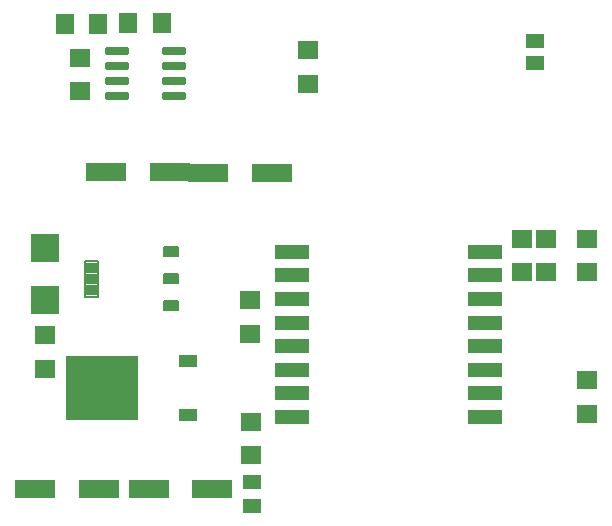
<source format=gbr>
G04 EAGLE Gerber RS-274X export*
G75*
%MOMM*%
%FSLAX34Y34*%
%LPD*%
%INSolderpaste Bottom*%
%IPPOS*%
%AMOC8*
5,1,8,0,0,1.08239X$1,22.5*%
G01*
%ADD10R,1.600000X1.300000*%
%ADD11R,3.500000X1.600000*%
%ADD12R,2.400000X2.400000*%
%ADD13R,6.200000X5.400000*%
%ADD14R,1.600000X1.000000*%
%ADD15R,1.803000X1.600000*%
%ADD16R,3.000000X1.200000*%
%ADD17C,0.343200*%
%ADD18R,1.600000X1.803000*%
%ADD19C,0.139500*%
%ADD20C,0.196500*%


D10*
X228100Y35700D03*
X228100Y55700D03*
D11*
X191300Y317800D03*
X245300Y317800D03*
X98800Y50200D03*
X44800Y50200D03*
X194800Y50200D03*
X140800Y50200D03*
D12*
X53400Y209700D03*
X53400Y253700D03*
D13*
X101200Y135300D03*
D14*
X174200Y158100D03*
X174200Y112500D03*
D15*
X226900Y181080D03*
X226900Y209520D03*
X53300Y151780D03*
X53300Y180220D03*
X456500Y233330D03*
X456500Y261770D03*
X227300Y78480D03*
X227300Y106920D03*
D16*
X261900Y110800D03*
X261900Y130800D03*
X261900Y150800D03*
X261900Y170800D03*
X261900Y190800D03*
X261900Y210800D03*
X261900Y230800D03*
X261900Y250800D03*
X425900Y110800D03*
X425900Y130800D03*
X425900Y150800D03*
X425900Y170800D03*
X425900Y190800D03*
X425900Y210800D03*
X425900Y230800D03*
X425900Y250800D03*
D15*
X512100Y141920D03*
X512100Y113480D03*
X511600Y233330D03*
X511600Y261770D03*
D17*
X170834Y419466D02*
X153566Y419466D01*
X153566Y422634D01*
X170834Y422634D01*
X170834Y419466D01*
X170834Y406766D02*
X153566Y406766D01*
X153566Y409934D01*
X170834Y409934D01*
X170834Y406766D01*
X170834Y394066D02*
X153566Y394066D01*
X153566Y397234D01*
X170834Y397234D01*
X170834Y394066D01*
X170834Y381366D02*
X153566Y381366D01*
X153566Y384534D01*
X170834Y384534D01*
X170834Y381366D01*
X122434Y384534D02*
X105166Y384534D01*
X122434Y384534D02*
X122434Y381366D01*
X105166Y381366D01*
X105166Y384534D01*
X105166Y397234D02*
X122434Y397234D01*
X122434Y394066D01*
X105166Y394066D01*
X105166Y397234D01*
X105166Y409934D02*
X122434Y409934D01*
X122434Y406766D01*
X105166Y406766D01*
X105166Y409934D01*
X105166Y422634D02*
X122434Y422634D01*
X122434Y419466D01*
X105166Y419466D01*
X105166Y422634D01*
D18*
X98220Y444000D03*
X69780Y444000D03*
D15*
X82300Y386780D03*
X82300Y415220D03*
X276000Y392780D03*
X276000Y421220D03*
D18*
X151720Y444200D03*
X123280Y444200D03*
D10*
X468000Y410500D03*
X468000Y429500D03*
D19*
X153597Y254853D02*
X153597Y246947D01*
X153597Y254853D02*
X165303Y254853D01*
X165303Y246947D01*
X153597Y246947D01*
X153597Y248272D02*
X165303Y248272D01*
X165303Y249597D02*
X153597Y249597D01*
X153597Y250922D02*
X165303Y250922D01*
X165303Y252247D02*
X153597Y252247D01*
X153597Y253572D02*
X165303Y253572D01*
X153597Y231953D02*
X153597Y224047D01*
X153597Y231953D02*
X165303Y231953D01*
X165303Y224047D01*
X153597Y224047D01*
X153597Y225372D02*
X165303Y225372D01*
X165303Y226697D02*
X153597Y226697D01*
X153597Y228022D02*
X165303Y228022D01*
X165303Y229347D02*
X153597Y229347D01*
X153597Y230672D02*
X165303Y230672D01*
X153597Y209053D02*
X153597Y201147D01*
X153597Y209053D02*
X165303Y209053D01*
X165303Y201147D01*
X153597Y201147D01*
X153597Y202472D02*
X165303Y202472D01*
X165303Y203797D02*
X153597Y203797D01*
X153597Y205122D02*
X165303Y205122D01*
X165303Y206447D02*
X153597Y206447D01*
X153597Y207772D02*
X165303Y207772D01*
D20*
X86982Y212782D02*
X86982Y243218D01*
X98118Y243218D01*
X98118Y212782D01*
X86982Y212782D01*
X86982Y214649D02*
X98118Y214649D01*
X98118Y216516D02*
X86982Y216516D01*
X86982Y218383D02*
X98118Y218383D01*
X98118Y220250D02*
X86982Y220250D01*
X86982Y222117D02*
X98118Y222117D01*
X98118Y223984D02*
X86982Y223984D01*
X86982Y225851D02*
X98118Y225851D01*
X98118Y227718D02*
X86982Y227718D01*
X86982Y229585D02*
X98118Y229585D01*
X98118Y231452D02*
X86982Y231452D01*
X86982Y233319D02*
X98118Y233319D01*
X98118Y235186D02*
X86982Y235186D01*
X86982Y237053D02*
X98118Y237053D01*
X98118Y238920D02*
X86982Y238920D01*
X86982Y240787D02*
X98118Y240787D01*
X98118Y242654D02*
X86982Y242654D01*
D11*
X159000Y318000D03*
X105000Y318000D03*
D15*
X477400Y233330D03*
X477400Y261770D03*
M02*

</source>
